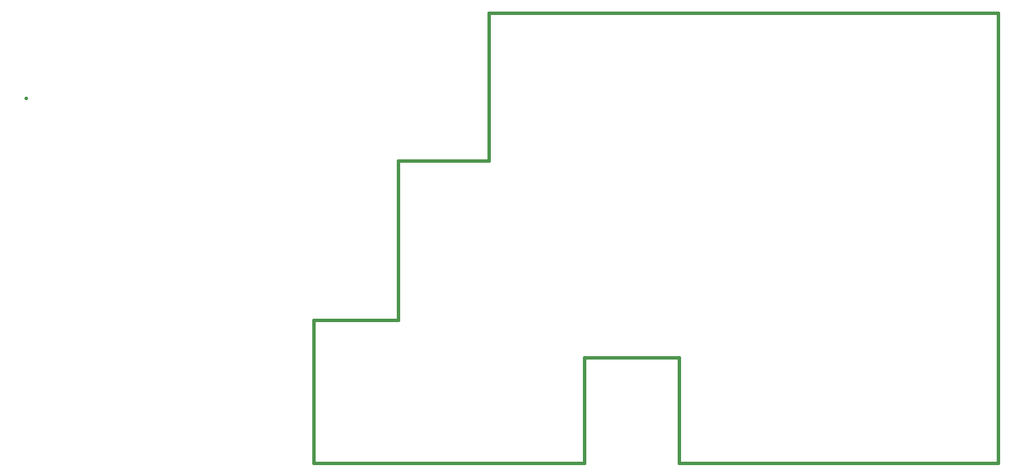
<source format=gbr>
G04 (created by PCBNEW-RS274X (2012-01-19 BZR 3256)-stable) date 13/12/2555 19:20:38*
G01*
G70*
G90*
%MOIN*%
G04 Gerber Fmt 3.4, Leading zero omitted, Abs format*
%FSLAX34Y34*%
G04 APERTURE LIST*
%ADD10C,0.006000*%
%ADD11C,0.015000*%
G04 APERTURE END LIST*
G54D10*
G54D11*
X72918Y-28196D02*
X72918Y-28208D01*
X48036Y-28196D02*
X72918Y-28196D01*
X48036Y-35440D02*
X48036Y-28196D01*
X43588Y-35440D02*
X48036Y-35440D01*
X43588Y-43235D02*
X43588Y-35440D01*
X39453Y-43235D02*
X43588Y-43235D01*
X39453Y-50243D02*
X39453Y-43235D01*
X52677Y-50243D02*
X39453Y-50243D01*
X52682Y-45086D02*
X52682Y-50244D01*
X57327Y-45086D02*
X52682Y-45086D01*
X57327Y-50243D02*
X57327Y-45086D01*
X72917Y-50243D02*
X57327Y-50243D01*
X72917Y-28195D02*
X72917Y-50243D01*
X25390Y-32360D02*
X25390Y-32365D01*
M02*

</source>
